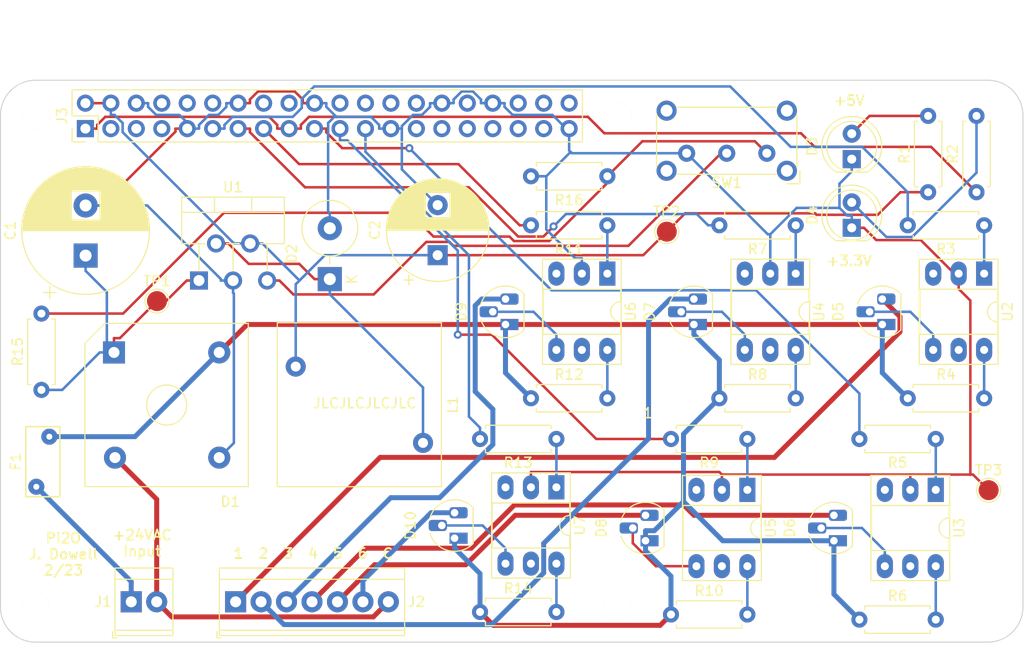
<source format=kicad_pcb>
(kicad_pcb (version 20211014) (generator pcbnew)
  (layers (0 "F.Cu" signal) (31 "B.Cu" signal) (34 "B.Paste" user) (35 "F.Paste" user) (36 "B.SilkS" user "B.Silkscreen") (37 "F.SilkS" user "F.Silkscreen") (38 "B.Mask" user) (39 "F.Mask" user) (44 "Edge.Cuts" user))
  (net 0 "")
  (net 1 "GND")
  (net 2 "+24VAC")
  (net 3 "Common")
  (net 4 "+5V")
  (net 5 "Zone6")
  (net 6 "Zone5")
  (net 7 "Zone4")
  (net 8 "Zone3")
  (net 9 "Zone2")
  (net 10 "Zone1")
  (net 24 "Ctrl_Zone6")
  (net 26 "Ctrl_Zone5")
  (net 27 "Ctrl_Zone4")
  (net 30 "Ctrl_Zone3")
  (net 31 "Ctrl_Zone2")
  (net 33 "Ctrl_Zone1")
  (net 39 "Net-(D3-Pad2)")
  (net 40 "Net-(D4-Pad2)")
  (net 41 "Net-(D5-Pad2)")
  (net 42 "Net-(D6-Pad2)")
  (net 43 "Net-(D7-Pad2)")
  (net 44 "Net-(D8-Pad2)")
  (net 45 "Net-(R3-Pad1)")
  (net 46 "Net-(R7-Pad1)")
  (net 47 "Net-(R11-Pad1)")
  (net 48 "Net-(D2-Pad1)")
  (net 49 "Net-(D9-Pad2)")
  (net 50 "Net-(D10-Pad2)")
  (net 51 "Net-(F1-Pad2)")
  (net 52 "+3V3")
  (net 53 "Net-(R4-Pad2)")
  (net 54 "Net-(R5-Pad1)")
  (net 55 "Net-(R6-Pad2)")
  (net 56 "Net-(R8-Pad2)")
  (net 57 "Net-(R9-Pad1)")
  (net 58 "Net-(R10-Pad2)")
  (net 59 "Net-(R12-Pad2)")
  (net 60 "Net-(R13-Pad1)")
  (net 61 "Net-(R14-Pad2)")
  (net 74 "+24V")
  (net 75 "Net-(R15-Pad2)")
  (net 76 "Net-(SW1-Pad2)")
  (footprint "Capacitor_THT:CP_Radial_D12.5mm_P5.00mm" (layer "F.Cu") (at 44.492 56.508 90)
    (fp_text reference "C1")
    (fp_text value "470uF")
  )
  (footprint "Capacitor_THT:CP_Radial_D10.0mm_P5.00mm" (layer "F.Cu") (at 79.612 56.468 90)
    (fp_text reference "C2")
    (fp_text value "330uF")
  )
  (footprint "TerminalBlock_TE-Connectivity:TerminalBlock_TE_282834-2_1x02_P2.54mm_Horizontal" (layer "F.Cu") (at 49.042 91.074)
    (fp_text reference "J1")
    (fp_text value "Screw_Terminal_01x02")
  )
  (footprint "TerminalBlock_TE-Connectivity:TerminalBlock_TE_282834-7_1x07_P2.54mm_Horizontal" (layer "F.Cu") (at 59.456 91.074)
    (fp_text reference "J2")
    (fp_text value "Screw_Terminal_01x07")
  )
  (footprint "Connector_PinHeader_2.54mm:PinHeader_2x20_P2.54mm_Vertical" (layer "F.Cu") (at 44.47 43.83 90)
    (fp_text reference "J3")
    (fp_text value "Conn_02x20_Odd_Even")
  )
  (footprint "Diode_THT:Diode_Bridge_Vishay_KBPC1" (layer "F.Cu") (at 47.322 66.178)
    (fp_text reference "D1")
    (fp_text value "VS-KBPC101")
  )
  (footprint "Diode_THT:D_DO-27_P5.08mm_Vertical_KathodeUp" (layer "F.Cu") (at 68.852 58.858 90)
    (fp_text reference "D2")
    (fp_text value "1N5824")
  )
  (footprint "LED_THT:LED_D5.0mm_Clear" (layer "F.Cu") (at 120.924 53.736 90)
    (fp_text reference "D4")
    (fp_text value "LED")
  )
  (footprint "Package_TO_SOT_THT:TO-92_HandSolder" (layer "F.Cu") (at 123.972 63.388 90)
    (fp_text reference "D5")
    (fp_text value "MAC97A6")
  )
  (footprint "Package_TO_SOT_THT:TO-92_HandSolder" (layer "F.Cu") (at 119.146 84.978 90)
    (fp_text reference "D6")
    (fp_text value "MAC97A6")
  )
  (footprint "Package_TO_SOT_THT:TO-92_HandSolder" (layer "F.Cu") (at 105.176 63.388 90)
    (fp_text reference "D7")
    (fp_text value "MAC97A6")
  )
  (footprint "Package_TO_SOT_THT:TO-92_HandSolder" (layer "F.Cu") (at 100.35 84.978 90)
    (fp_text reference "D8")
    (fp_text value "MAC97A6")
  )
  (footprint "Package_TO_SOT_THT:TO-92_HandSolder" (layer "F.Cu") (at 86.38 63.388 90)
    (fp_text reference "D9")
    (fp_text value "MAC97A6")
  )
  (footprint "Package_TO_SOT_THT:TO-92_HandSolder" (layer "F.Cu") (at 81.3 84.724 90)
    (fp_text reference "D10")
    (fp_text value "MAC97A6")
  )
  (footprint "Varistor:RV_Disc_D7mm_W3.4mm_P5mm" (layer "F.Cu") (at 40.872 74.588 -90)
    (fp_text reference "F1")
    (fp_text value "60R030XPR")
  )
  (footprint "Inductor_THT:L_Radial_L16.1mm_W16.1mm_Px7.62mm_Py12.70mm_Pulse_LP-44" (layer "F.Cu") (at 65.452 67.588 -90)
    (fp_text reference "L1")
    (fp_text value "112uH")
  )
  (footprint "Resistor_THT:R_Axial_DIN0207_L6.3mm_D2.5mm_P7.62mm_Horizontal" (layer "F.Cu") (at 133.37 50.18 90)
    (fp_text reference "R2")
    (fp_text value "680")
  )
  (footprint "Resistor_THT:R_Axial_DIN0207_L6.3mm_D2.5mm_P7.62mm_Horizontal" (layer "F.Cu") (at 134.132 53.482 180)
    (fp_text reference "R3")
    (fp_text value "220")
  )
  (footprint "Resistor_THT:R_Axial_DIN0207_L6.3mm_D2.5mm_P7.62mm_Horizontal" (layer "F.Cu") (at 126.512 70.754)
    (fp_text reference "R4")
    (fp_text value "39")
  )
  (footprint "Resistor_THT:R_Axial_DIN0207_L6.3mm_D2.5mm_P7.62mm_Horizontal" (layer "F.Cu") (at 129.306 74.818 180)
    (fp_text reference "R5")
    (fp_text value "220")
  )
  (footprint "Resistor_THT:R_Axial_DIN0207_L6.3mm_D2.5mm_P7.62mm_Horizontal" (layer "F.Cu") (at 121.686 92.852)
    (fp_text reference "R6")
    (fp_text value "39")
  )
  (footprint "Resistor_THT:R_Axial_DIN0207_L6.3mm_D2.5mm_P7.62mm_Horizontal" (layer "F.Cu") (at 115.336 53.482 180)
    (fp_text reference "R7")
    (fp_text value "220")
  )
  (footprint "Resistor_THT:R_Axial_DIN0207_L6.3mm_D2.5mm_P7.62mm_Horizontal" (layer "F.Cu") (at 107.716 70.754)
    (fp_text reference "R8")
    (fp_text value "39")
  )
  (footprint "Resistor_THT:R_Axial_DIN0207_L6.3mm_D2.5mm_P7.62mm_Horizontal" (layer "F.Cu") (at 110.51 74.818 180)
    (fp_text reference "R9")
    (fp_text value "220")
  )
  (footprint "Resistor_THT:R_Axial_DIN0207_L6.3mm_D2.5mm_P7.62mm_Horizontal" (layer "F.Cu") (at 102.89 92.344)
    (fp_text reference "R10")
    (fp_text value "39")
  )
  (footprint "Resistor_THT:R_Axial_DIN0207_L6.3mm_D2.5mm_P7.62mm_Horizontal" (layer "F.Cu") (at 96.54 53.482 180)
    (fp_text reference "R11")
    (fp_text value "220")
  )
  (footprint "Resistor_THT:R_Axial_DIN0207_L6.3mm_D2.5mm_P7.62mm_Horizontal" (layer "F.Cu") (at 88.92 70.754)
    (fp_text reference "R12")
    (fp_text value "39")
  )
  (footprint "Resistor_THT:R_Axial_DIN0207_L6.3mm_D2.5mm_P7.62mm_Horizontal" (layer "F.Cu") (at 91.46 74.818 180)
    (fp_text reference "R13")
    (fp_text value "220")
  )
  (footprint "Resistor_THT:R_Axial_DIN0207_L6.3mm_D2.5mm_P7.62mm_Horizontal" (layer "F.Cu") (at 83.84 92.09)
    (fp_text reference "R14")
    (fp_text value "39")
  )
  (footprint "Button_Switch_THT:SW_E-Switch_EG1224_SPDT_Angled" (layer "F.Cu") (at 112.452 46.288 180)
    (fp_text reference "SW1")
    (fp_text value "SW_SPDT")
  )
  (footprint "Package_TO_SOT_THT:TO-220-5_P3.4x3.7mm_StaggerOdd_Lead3.8mm_Vertical" (layer "F.Cu") (at 55.802 58.998)
    (fp_text reference "U1")
    (fp_text value "LM2596T-5")
  )
  (footprint "Package_DIP:DIP-6_W7.62mm_Socket_LongPads" (layer "F.Cu") (at 134.132 58.308 -90)
    (fp_text reference "U2")
    (fp_text value "MOC3020M")
  )
  (footprint "Package_DIP:DIP-6_W7.62mm_Socket_LongPads" (layer "F.Cu") (at 129.306 79.898 -90)
    (fp_text reference "U3")
    (fp_text value "MOC3020M")
  )
  (footprint "Package_DIP:DIP-6_W7.62mm_Socket_LongPads" (layer "F.Cu") (at 115.336 58.308 -90)
    (fp_text reference "U4")
    (fp_text value "MOC3020M")
  )
  (footprint "Package_DIP:DIP-6_W7.62mm_Socket_LongPads" (layer "F.Cu") (at 110.51 79.898 -90)
    (fp_text reference "U5")
    (fp_text value "MOC3020M")
  )
  (footprint "Package_DIP:DIP-6_W7.62mm_Socket_LongPads" (layer "F.Cu") (at 96.54 58.308 -90)
    (fp_text reference "U6")
    (fp_text value "MOC3020M")
  )
  (footprint "Package_DIP:DIP-6_W7.62mm_Socket_LongPads" (layer "F.Cu") (at 91.46 79.644 -90)
    (fp_text reference "U7")
    (fp_text value "MOC3020M")
  )
  (footprint "LED_THT:LED_D5.0mm_Clear" (layer "F.Cu") (at 120.924 46.878 90)
    (fp_text reference "D3")
    (fp_text value "LED")
  )
  (footprint "Resistor_THT:R_Axial_DIN0207_L6.3mm_D2.5mm_P7.62mm_Horizontal" (layer "F.Cu") (at 128.544 50.18 90)
    (fp_text reference "R1")
    (fp_text value "2.7k")
  )
  (footprint "Resistor_THT:R_Axial_DIN0207_L6.3mm_D2.5mm_P7.62mm_Horizontal" (layer "F.Cu") (at 40.082 69.918 90)
    (fp_text reference "R15")
    (fp_text value "10k")
  )
  (footprint "Resistor_THT:R_Axial_DIN0207_L6.3mm_D2.5mm_P7.62mm_Horizontal" (layer "F.Cu") (at 96.542 48.588 180)
    (fp_text reference "R16")
    (fp_text value "2k")
  )
  (footprint "TestPoint:TestPoint_Pad_D2.0mm" (layer "F.Cu") (at 134.58 79.93)
    (fp_text reference "TP3")
    (fp_text value "TestPoint")
  )
  (footprint "Module:RaspberryPi_2_3_outline_only" (layer "F.Cu") (at 68.55 42.57)
    (fp_text reference "RP1" hide)
    (fp_text value "Raspberry_Pi_2_3" hide)
  )
  (footprint "TestPoint:TestPoint_Pad_D2.0mm" (layer "F.Cu") (at 51.61 61.05)
    (fp_text reference "TP1")
    (fp_text value "TestPoint")
  )
  (footprint "TestPoint:TestPoint_Pad_D2.0mm" (layer "F.Cu") (at 102.472 54.118)
    (fp_text reference "TP2")
    (fp_text value "TestPoint")
  )
  (gr_arc (start 134.5 39) (mid 136.974874 40.025126) (end 138 42.5) (layer "Edge.Cuts") (width 0.1))
  (gr_line (start 134.5 95.1) (end 39.5 95.1) (layer "Edge.Cuts") (width 0.1))
  (gr_line (start 138 42.5) (end 138 91.6) (layer "Edge.Cuts") (width 0.1))
  (gr_arc (start 39.5 95.1) (mid 37.025126 94.074874) (end 36 91.6) (layer "Edge.Cuts") (width 0.1))
  (gr_arc (start 138 91.6) (mid 136.974874 94.074874) (end 134.5 95.1) (layer "Edge.Cuts") (width 0.1))
  (gr_line (start 36 91.6) (end 36 42.5) (layer "Edge.Cuts") (width 0.1))
  (gr_line (start 39.5 39) (end 134.5 39) (layer "Edge.Cuts") (width 0.1))
  (gr_arc (start 36 42.5) (mid 37.025126 40.025126) (end 39.5 39) (layer "Edge.Cuts") (width 0.1))
  (gr_text "1" (at 100.6 72.234) (layer "F.SilkS") (effects (font (size 1 1))))
  (gr_text "+24VAC\nInput" (at 50.13 85.22) (layer "F.SilkS") (effects (font (size 1 1) (thickness 0.18))))
  (gr_text "+5V" (at 120.67 41.036) (layer "F.SilkS") (effects (font (size 1 1) (thickness 0.18))))
  (gr_text "JLCJLCJLCJLC" (at 72.34 71.24) (layer "F.SilkS") (effects (font (size 1 1))))
  (gr_text "+3.3V" (at 120.67 57.038) (layer "F.SilkS") (effects (font (size 1 1) (thickness 0.18))))
  (gr_text "1  2  3  4  5  6  C" (at 67.2 86.25) (layer "F.SilkS") (effects (font (size 1 1) (thickness 0.18))))
  (gr_text "Pi2O\nJ. Dowell\n2/23" (at 42.28 86.32) (layer "F.SilkS") (effects (font (size 1 1) (thickness 0.18))))
  (segment (start 59.71 41.29) (end 60.8853 41.29) (width 0.25) (layer "F.Cu") (net 1))
  (segment (start 107.97 79.898) (end 107.97 78.3727) (width 0.25) (layer "F.Cu") (net 1))
  (segment (start 66.1547 40.9227) (end 65.3467 40.1147) (width 0.25) (layer "F.Cu") (net 1))
  (segment (start 60.8853 40.9226) (end 60.8853 41.29) (width 0.25) (layer "F.Cu") (net 1))
  (segment (start 53.4547 44.1325) (end 53.4547 43.83) (width 0.25) (layer "F.Cu") (net 1))
  (segment (start 123.3746 54.9613) (end 122.1493 53.736) (width 0.25) (layer "F.Cu") (net 1))
  (segment (start 54.63 43.83) (end 53.4547 43.83) (width 0.25) (layer "F.Cu") (net 1))
  (segment (start 126.766 79.898) (end 126.766 78.3727) (width 0.25) (layer "F.Cu") (net 1))
  (segment (start 44.492 51.508) (end 46.0792 51.508) (width 0.25) (layer "F.Cu") (net 1))
  (segment (start 132.7574 60.9987) (end 131.592 59.8333) (width 0.25) (layer "F.Cu") (net 1))
  (segment (start 126.766 78.3727) (end 107.97 78.3727) (width 0.25) (layer "F.Cu") (net 1))
  (segment (start 133.0227 78.3727) (end 132.7574 78.3727) (width 0.25) (layer "F.Cu") (net 1))
  (segment (start 132.7574 78.3727) (end 126.766 78.3727) (width 0.25) (layer "F.Cu") (net 1))
  (segment (start 66.1547 41.29) (end 66.1547 40.9227) (width 0.25) (layer "F.Cu") (net 1))
  (segment (start 131.592 58.308) (end 131.592 58.7415) (width 0.25) (layer "F.Cu") (net 1))
  (segment (start 132.7574 78.3727) (end 132.7574 60.9987) (width 0.25) (layer "F.Cu") (net 1))
  (segment (start 127.8118 54.9613) (end 123.3746 54.9613) (width 0.25) (layer "F.Cu") (net 1))
  (segment (start 46.0792 51.508) (end 53.4547 44.1325) (width 0.25) (layer "F.Cu") (net 1))
  (segment (start 107.716 78.1187) (end 107.97 78.3727) (width 0.25) (layer "F.Cu") (net 1))
  (segment (start 88.92 79.644) (end 88.92 78.1187) (width 0.25) (layer "F.Cu") (net 1))
  (segment (start 67.33 41.29) (end 66.1547 41.29) (width 0.25) (layer "F.Cu") (net 1))
  (segment (start 61.6932 40.1147) (end 60.8853 40.9226) (width 0.25) (layer "F.Cu") (net 1))
  (segment (start 65.3467 40.1147) (end 61.6932 40.1147) (width 0.25) (layer "F.Cu") (net 1))
  (segment (start 131.592 58.7415) (end 127.8118 54.9613) (width 0.25) (layer "F.Cu") (net 1))
  (segment (start 134.58 79.93) (end 133.0227 78.3727) (width 0.25) (layer "F.Cu") (net 1))
  (segment (start 120.924 53.736) (end 122.1493 53.736) (width 0.25) (layer "F.Cu") (net 1))
  (segment (start 131.592 58.7415) (end 131.592 59.8333) (width 0.25) (layer "F.Cu") (net 1))
  (segment (start 88.92 78.1187) (end 107.716 78.1187) (width 0.25) (layer "F.Cu") (net 1))
  (segment (start 59.2818 75.2182) (end 57.822 76.678) (width 0.25) (layer "B.Cu") (net 1))
  (segment (start 56.8026 42.4653) (end 57.7268 42.4653) (width 0.25) (layer "B.Cu") (net 1))
  (segment (start 93.333 56.7827) (end 94 56.7827) (width 0.25) (layer "B.Cu") (net 1))
  (segment (start 57.7268 42.4653) (end 58.5347 41.6574) (width 0.25) (layer "B.Cu") (net 1))
  (segment (start 69.4039 42.5559) (end 69.5026 42.6547) (width 0.25) (layer "B.Cu") (net 1))
  (segment (start 44.492 51.508) (end 50.6399 51.508) (width 0.25) (layer "B.Cu") (net 1))
  (segment (start 91.0715 42.4653) (end 87.0932 42.4653) (width 0.25) (layer "B.Cu") (net 1))
  (segment (start 120.924 53.736) (end 120.924 52.5107) (width 0.25) (layer "B.Cu") (net 1))
  (segment (start 87.0932 42.4653) (end 86.2853 41.6574) (width 0.25) (layer "B.Cu") (net 1))
  (segment (start 72.9668 42.6547) (end 73.7747 43.4626) (width 0.25) (layer "B.Cu") (net 1))
  (segment (start 120.4645 52.5107) (end 119.6987 51.7449) (width 0.25) (layer "B.Cu") (net 1))
  (segment (start 49.55 41.29) (end 50.7253 41.29) (width 0.25) (layer "B.Cu") (net 1))
  (segment (start 74.95 43.83) (end 73.7747 43.83) (width 0.25) (layer "B.Cu") (net 1))
  (segment (start 68.6842 52.0849) (end 68.852 52.2527) (width 0.25) (layer "B.Cu") (net 1))
  (segment (start 92.73 44.1238) (end 91.0715 42.4653) (width 0.25) (layer "B.Cu") (net 1))
  (segment (start 94 58.308) (end 94 56.7827) (width 0.25) (layer "B.Cu") (net 1))
  (segment (start 55.2177 43.83) (end 53.853 42.4653) (width 0.25) (layer "B.Cu") (net 1))
  (segment (start 81.2053 40.9226) (end 81.2053 41.29) (width 0.25) (layer "B.Cu") (net 1))
  (segment (start 50.6399 51.508) (end 57.9767 58.8448) (width 0.25) (layer "B.Cu") (net 1))
  (segment (start 90.4484 53.8981) (end 93.333 56.7827) (width 0.25) (layer "B.Cu") (net 1))
  (segment (start 77.1529 42.4653) (end 76.0388 43.5794) (width 0.25) (layer "B.Cu") (net 1))
  (segment (start 59.2818 60.3031) (end 59.2818 75.2182) (width 0.25) (layer "B.Cu") (net 1))
  (segment (start 58.5347 41.6574) (end 58.5347 41.29) (width 0.25) (layer "B.Cu") (net 1))
  (segment (start 90.4484 48.588) (end 90.0473 48.588) (width 0.25) (layer "B.Cu") (net 1))
  (segment (start 55.8053 43.83) (end 55.8053 43.4626) (width 0.25) (layer "B.Cu") (net 1))
  (segment (start 68.6842 43.2756) (end 68.6842 52.0849) (width 0.25) (layer "B.Cu") (net 1))
  (segment (start 93.0063 46.288) (end 92.8774 46.159) (width 0.25) (layer "B.Cu") (net 1))
  (segment (start 119.6987 51.7449) (end 115.4305 51.7449) (width 0.25) (layer "B.Cu") (net 1))
  (segment (start 104.452 46.288) (end 93.0063 46.288) (width 0.25) (layer "B.Cu") (net 1))
  (segment (start 76.0388 43.83) (end 74.95 43.83) (width 0.25) (layer "B.Cu") (net 1))
  (segment (start 76.0388 43.5794) (end 76.0388 43.83) (width 0.25) (layer "B.Cu") (net 1))
  (segment (start 88.922 48.588) (end 90.0473 48.588) (width 0.25) (layer "B.Cu") (net 1))
  (segment (start 80.03 41.29) (end 81.2053 41.29) (width 0.25) (layer "B.Cu") (net 1))
  (segment (start 80.03 41.29) (end 78.8547 41.29) (width 0.25) (layer "B.Cu") (net 1))
  (segment (start 55.2177 43.83) (end 55.8053 43.83) (width 0.25) (layer "B.Cu") (net 1))
  (segment (start 104.452 46.288) (end 112.5434 54.3794) (width 0.25) (layer "B.Cu") (net 1))
  (segment (start 69.4039 42.5559) (end 68.6842 43.2756) (width 0.25) (layer "B.Cu") (net 1))
  (segment (start 51.5332 42.4653) (end 50.7253 41.6574) (width 0.25) (layer "B.Cu") (net 1))
  (segment (start 76.0388 43.83) (end 76.0388 47.8948) (width 0.25) (layer "B.Cu") (net 1))
  (segment (start 69.5026 42.6547) (end 72.9668 42.6547) (width 0.25) (layer "B.Cu") (net 1))
  (segment (start 59.202 58.998) (end 59.202 60.2233) (width 0.25) (layer "B.Cu") (net 1))
  (segment (start 120.924 46.878) (end 120.924 48.1033) (width 0.25) (layer "B.Cu") (net 1))
  (segment (start 112.796 54.3794) (end 112.796 58.308) (width 0.25) (layer "B.Cu") (net 1))
  (segment (start 55.8053 43.4626) (end 56.8026 42.4653) (width 0.25) (layer "B.Cu") (net 1))
  (segment (start 78.0468 42.4653) (end 77.1529 42.4653) (width 0.25) (layer "B.Cu") (net 1))
  (segment (start 73.7747 43.4626) (end 73.7747 43.83) (width 0.25) (layer "B.Cu") (net 1))
  (segment (start 90.4484 48.588) (end 90.4484 53.8981) (width 0.25) (layer "B.Cu") (net 1))
  (segment (start 83.9347 40.9227) (end 83.1267 40.1147) (width 0.25) (layer "B.Cu") (net 1))
  (segment (start 92.73 46.0117) (end 92.73 44.4176) (width 0.25) (layer "B.Cu") (net 1))
  (segment (start 68.852 53.778) (end 68.852 52.2527) (width 0.25) (layer "B.Cu") (net 1))
  (segment (start 92.73 43.83) (end 92.73 44.1238) (width 0.25) (layer "B.Cu") (net 1))
  (segment (start 119.6987 49.3286) (end 120.924 48.1033) (width 0.25) (layer "B.Cu") (net 1))
  (segment (start 68.5053 41.6574) (end 69.4039 42.5559) (width 0.25) (layer "B.Cu") (net 1))
  (segment (start 59.202 58.998) (end 57.9767 58.998) (width 0.25) (layer "B.Cu") (net 1))
  (segment (start 68.5053 41.29) (end 68.5053 41.6574) (width 0.25) (layer "B.Cu") (net 1))
  (segment (start 112.5434 54.3794) (end 112.796 54.3794) (width 0.25) (layer "B.Cu") (net 1))
  (segment (start 59.202 60.2233) (end 59.2818 60.3031) (width 0.25) (layer "B.Cu") (net 1))
  (segment (start 50.7253 41.6574) (end 50.7253 41.29) (width 0.25) (layer "B.Cu") (net 1))
  (segment (start 83.1267 40.1147) (end 82.0132 40.1147) (width 0.25) (layer "B.Cu") (net 1))
  (segment (start 82.0132 40.1147) (end 81.2053 40.9226) (width 0.25) (layer "B.Cu") (net 1))
  (segment (start 85.11 41.29) (end 83.9347 41.29) (width 0.25) (layer "B.Cu") (net 1))
  (segment (start 115.4305 51.7449) (end 112.796 54.3794) (width 0.25) (layer "B.Cu") (net 1))
  (segment (start 85.11 41.29) (end 86.2853 41.29) (width 0.25) (layer "B.Cu") (net 1))
  (segment (start 86.2853 41.6574) (end 86.2853 41.29) (width 0.25) (layer "B.Cu") (net 1))
  (segment (start 92.8774 46.159) (end 92.73 46.0117) (width 0.25) (layer "B.Cu") (net 1))
  (segment (start 92.8774 46.159) (end 90.4484 48.588) (width 0.25) (layer "B.Cu") (net 1))
  (segment (start 78.8547 41.6574) (end 78.0468 42.4653) (width 0.25) (layer "B.Cu") (net 1))
  (segment (start 119.6987 51.7449) (end 119.6987 49.3286) (width 0.25) (layer "B.Cu") (net 1))
  (segment (start 59.71 41.29) (end 58.5347 41.29) (width 0.25) (layer "B.Cu") (net 1))
  (segment (start 67.33 41.29) (end 68.5053 41.29) (width 0.25) (layer "B.Cu") (net 1))
  (segment (start 92.73 44.1238) (end 92.73 44.4176) (width 0.25) (layer "B.Cu") (net 1))
  (segment (start 54.63 43.83) (end 55.2177 43.83) (width 0.25) (layer "B.Cu") (net 1))
  (segment (start 83.9347 41.29) (end 83.9347 40.9227) (width 0.25) (layer "B.Cu") (net 1))
  (segment (start 53.853 42.4653) (end 51.5332 42.4653) (width 0.25) (layer "B.Cu") (net 1))
  (segment (start 78.8547 41.29) (end 78.8547 41.6574) (width 0.25) (layer "B.Cu") (net 1))
  (segment (start 120.924 52.5107) (end 120.4645 52.5107) (width 0.25) (layer "B.Cu") (net 1))
  (segment (start 76.0388 47.8948) (end 79.612 51.468) (width 0.25) (layer "B.Cu") (net 1))
  (segment (start 57.9767 58.8448) (end 57.9767 58.998) (width 0.25) (layer "B.Cu") (net 1))
  (segment (start 86.38 63.388) (end 60.612 63.388) (width 0.4978) (layer "F.Cu") (net 2))
  (segment (start 85.1742 93.4242) (end 101.8098 93.4242) (width 0.4978) (layer "F.Cu") (net 2))
  (segment (start 105.176 63.388) (end 86.38 63.388) (width 0.4978) (layer "F.Cu") (net 2))
  (segment (start 101.8098 93.4242) (end 102.89 92.344) (width 0.4978) (layer "F.Cu") (net 2))
  (segment (start 105.176 63.388) (end 123.972 63.388) (width 0.4978) (layer "F.Cu") (net 2))
  (segment (start 83.84 92.09) (end 85.1742 93.4242) (width 0.4978) (layer "F.Cu") (net 2))
  (segment (start 60.612 63.388) (end 57.822 66.178) (width 0.4978) (layer "F.Cu") (net 2))
  (segment (start 102.89 92.344) (end 102.89 88.5172) (width 0.4978) (layer "B.Cu") (net 2))
  (segment (start 104.1393 81.0638) (end 104.1393 74.3307) (width 0.4978) (layer "B.Cu") (net 2))
  (segment (start 100.35 85.4776) (end 100.35 84.978) (width 0.4978) (layer "B.Cu") (net 2))
  (segment (start 86.38 63.388) (end 86.38 68.214) (width 0.4978) (layer "B.Cu") (net 2))
  (segment (start 119.146 90.312) (end 121.686 92.852) (width 0.4978) (layer "B.Cu") (net 2))
  (segment (start 102.89 88.5172) (end 100.35 85.9772) (width 0.4978) (layer "B.Cu") (net 2))
  (segment (start 119.146 84.978) (end 119.146 90.312) (width 0.4978) (layer "B.Cu") (net 2))
  (segment (start 104.1393 81.0638) (end 108.0535 84.978) (width 0.4978) (layer "B.Cu") (net 2))
  (segment (start 40.872 74.588) (end 49.412 74.588) (width 0.4978) (layer "B.Cu") (net 2))
  (segment (start 123.972 68.214) (end 126.512 70.754) (width 0.4978) (layer "B.Cu") (net 2))
  (segment (start 100.35 84.978) (end 100.35 83.9788) (width 0.4978) (layer "B.Cu") (net 2))
  (segment (start 104.1393 74.3307) (end 107.716 70.754) (width 0.4978) (layer "B.Cu") (net 2))
  (segment (start 100.35 83.9788) (end 101.2243 83.9788) (width 0.4978) (layer "B.Cu") (net 2))
  (segment (start 108.0535 84.978) (end 119.146 84.978) (width 0.4978) (layer "B.Cu") (net 2))
  (segment (start 49.412 74.588) (end 57.822 66.178) (width 0.4978) (layer "B.Cu") (net 2))
  (segment (start 123.972 63.388) (end 123.972 68.214) (width 0.4978) (layer "B.Cu") (net 2))
  (segment (start 83.84 88.2632) (end 81.3 85.7232) (width 0.4978) (layer "B.Cu") (net 2))
  (segment (start 107.716 66.9272) (end 107.716 70.754) (width 0.4978) (layer "B.Cu") (net 2))
  (segment (start 100.35 85.4776) (end 100.35 85.9772) (width 0.4978) (layer "B.Cu") (net 2))
  (segment (start 81.3 84.724) (end 81.3 85.7232) (width 0.4978) (layer "B.Cu") (net 2))
  (segment (start 83.84 92.09) (end 83.84 88.2632) (width 0.4978) (layer "B.Cu") (net 2))
  (segment (start 101.2243 83.9788) (end 104.1393 81.0638) (width 0.4978) (layer "B.Cu") (net 2))
  (segment (start 105.176 64.3872) (end 107.716 66.9272) (width 0.4978) (layer "B.Cu") (net 2))
  (segment (start 105.176 63.388) (end 105.176 64.3872) (width 0.4978) (layer "B.Cu") (net 2))
  (segment (start 86.38 68.214) (end 88.92 70.754) (width 0.4978) (layer "B.Cu") (net 2))
  (segment (start 47.422 76.678) (end 51.582 80.838) (width 0.4978) (layer "F.Cu") (net 3))
  (segment (start 51.582 80.838) (end 51.582 91.074) (width 0.4978) (layer "F.Cu") (net 3))
  (segment (start 51.582 91.074) (end 53.0875 92.5795) (width 0.4978) (layer "F.Cu") (net 3))
  (segment (start 53.0875 92.5795) (end 73.1905 92.5795) (width 0.4978) (layer "F.Cu") (net 3))
  (segment (start 73.1905 92.5795) (end 74.696 91.074) (width 0.4978) (layer "F.Cu") (net 3))
  (segment (start 117.2661 52.2868) (end 104.3032 52.2868) (width 0.25) (layer "F.Cu") (net 4))
  (segment (start 123.5206 52.4336) (end 117.4129 52.4336) (width 0.25) (layer "F.Cu") (net 4))
  (segment (start 102.472 54.118) (end 100.122 56.468) (width 0.25) (layer "F.Cu") (net 4))
  (segment (start 104.3032 52.2868) (end 102.472 54.118) (width 0.25) (layer "F.Cu") (net 4))
  (segment (start 44.47 41.29) (end 47.01 41.29) (width 0.25) (layer "F.Cu") (net 4))
  (segment (start 128.544 50.18) (end 125.7742 50.18) (width 0.25) (layer "F.Cu") (net 4))
  (segment (start 100.122 56.468) (end 79.612 56.468) (width 0.25) (layer "F.Cu") (net 4))
  (segment (start 125.7742 50.18) (end 123.5206 52.4336) (width 0.25) (layer "F.Cu") (net 4))
  (segment (start 117.4129 52.4336) (end 117.2661 52.2868) (width 0.25) (layer "F.Cu") (net 4))
  (segment (start 65.452 67.588) (end 65.452 59.3742) (width 0.25) (layer "B.Cu") (net 4))
  (segment (start 79.612 56.468) (end 78.2867 56.468) (width 0.25) (layer "B.Cu") (net 4))
  (segment (start 65.8278 58.9984) (end 68.3582 56.468) (width 0.25) (layer "B.Cu") (net 4))
  (segment (start 47.01 41.29) (end 47.01 42.4653) (width 0.25) (layer "B.Cu") (net 4))
  (segment (start 68.3582 56.468) (end 78.2867 56.468) (width 0.25) (layer "B.Cu") (net 4))
  (segment (start 59.2959 55.298) (end 48.1853 44.1874) (width 0.25) (layer "B.Cu") (net 4))
  (segment (start 60.902 55.298) (end 59.2959 55.298) (width 0.25) (layer "B.Cu") (net 4))
  (segment (start 65.8278 58.9984) (end 62.1273 55.298) (width 0.25) (layer "B.Cu") (net 4))
  (segment (start 47.3774 42.4653) (end 47.01 42.4653) (width 0.25) (layer "B.Cu") (net 4))
  (segment (start 65.452 59.3742) (end 65.8278 58.9984) (width 0.25) (layer "B.Cu") (net 4))
  (segment (start 60.902 55.298) (end 62.1273 55.298) (width 0.25) (layer "B.Cu") (net 4))
  (segment (start 48.1853 43.2732) (end 47.3774 42.4653) (width 0.25) (layer "B.Cu") (net 4))
  (segment (start 48.1853 44.1874) (end 48.1853 43.2732) (width 0.25) (layer "B.Cu") (net 4))
  (segment (start 78.9537 82.184) (end 72.156 88.9817) (width 0.4978) (layer "B.Cu") (net 5))
  (segment (start 72.156 88.9817) (end 72.156 91.074) (width 0.4978) (layer "B.Cu") (net 5))
  (segment (start 81.3 82.184) (end 78.9537 82.184) (width 0.4978) (layer "B.Cu") (net 5))
  (segment (start 73.3154 87.3746) (end 82.4131 87.3746) (width 0.4978) (layer "F.Cu") (net 6))
  (segment (start 82.4131 87.3746) (end 87.3497 82.438) (width 0.4978) (layer "F.Cu") (net 6))
  (segment (start 69.616 91.074) (end 73.3154 87.3746) (width 0.4978) (layer "F.Cu") (net 6))
  (segment (start 87.3497 82.438) (end 100.35 82.438) (width 0.4978) (layer "F.Cu") (net 6))
  (segment (start 104.1479 81.4049) (end 87.276 81.4049) (width 0.4978) (layer "F.Cu") (net 7))
  (segment (start 119.146 82.438) (end 105.181 82.438) (width 0.4978) (layer "F.Cu") (net 7))
  (segment (start 105.181 82.438) (end 104.1479 81.4049) (width 0.4978) (layer "F.Cu") (net 7))
  (segment (start 87.276 81.4049) (end 82.9576 85.7233) (width 0.4978) (layer "F.Cu") (net 7))
  (segment (start 72.4267 85.7233) (end 67.076 91.074) (width 0.4978) (layer "F.Cu") (net 7))
  (segment (start 82.9576 85.7233) (end 72.4267 85.7233) (width 0.4978) (layer "F.Cu") (net 7))
  (segment (start 74.9288 80.6812) (end 64.536 91.074) (width 0.4978) (layer "B.Cu") (net 8))
  (segment (start 86.38 60.848) (end 84.0132 60.848) (width 0.4978) (layer "B.Cu") (net 8))
  (segment (start 84.0132 60.848) (end 83.3596 61.5016) (width 0.4978) (layer "B.Cu") (net 8))
  (segment (start 79.8081 80.6812) (end 74.9288 80.6812) (width 0.4978) (layer "B.Cu") (net 8))
  (segment (start 85.1189 75.3704) (end 79.8081 80.6812) (width 0.4978) (layer "B.Cu") (net 8))
  (segment (start 83.3596 70.0877) (end 85.1189 71.847) (width 0.4978) (layer "B.Cu") (net 8))
  (segment (start 83.3596 61.5016) (end 83.3596 70.0877) (width 0.4978) (layer "B.Cu") (net 8))
  (segment (start 85.1189 71.847) (end 85.1189 75.3704) (width 0.4978) (layer "B.Cu") (net 8))
  (segment (start 90.19 85.2418) (end 100.6515 74.7803) (width 0.4978) (layer "B.Cu") (net 9))
  (segment (start 85.0284 93.3487) (end 90.19 88.1871) (width 0.4978) (layer "B.Cu") (net 9))
  (segment (start 100.6515 74.7803) (end 100.6515 62.9977) (width 0.4978) (layer "B.Cu") (net 9))
  (segment (start 61.996 91.074) (end 64.2707 93.3487) (width 0.4978) (layer "B.Cu") (net 9))
  (segment (start 90.19 88.1871) (end 90.19 85.2418) (width 0.4978) (layer "B.Cu") (net 9))
  (segment (start 100.6515 62.9977) (end 102.8012 60.848) (width 0.4978) (layer "B.Cu") (net 9))
  (segment (start 64.2707 93.3487) (end 85.0284 93.3487) (width 0.4978) (layer "B.Cu") (net 9))
  (segment (start 102.8012 60.848) (end 105.176 60.848) (width 0.4978) (layer "B.Cu") (net 9))
  (segment (start 123.972 60.848) (end 125.7319 62.6079) (width 0.4978) (layer "F.Cu") (net 10))
  (segment (start 125.7319 62.6079) (end 125.7319 64.1314) (width 0.4978) (layer "F.Cu") (net 10))
  (segment (start 125.7319 64.1314) (end 113.206 76.6573) (width 0.4978) (layer "F.Cu") (net 10))
  (segment (start 113.206 76.6573) (end 73.8727 76.6573) (width 0.4978) (layer "F.Cu") (net 10))
  (segment (start 73.8727 76.6573) (end 59.456 91.074) (width 0.4978) (layer "F.Cu") (net 10))
  (segment (start 82.7344 56.4685) (end 72.41 46.1441) (width 0.25) (layer "B.Cu") (net 24))
  (segment (start 72.41 46.1441) (end 72.41 43.83) (width 0.25) (layer "B.Cu") (net 24))
  (segment (start 83.84 73.6927) (end 82.7344 72.5871) (width 0.25) (layer "B.Cu") (net 24))
  (segment (start 83.84 74.818) (end 83.84 73.6927) (width 0.25) (layer "B.Cu") (net 24))
  (segment (start 82.7344 72.5871) (end 82.7344 56.4685) (width 0.25) (layer "B.Cu") (net 24))
  (segment (start 95.4329 74.818) (end 85.0197 64.4048) (width 0.25) (layer "F.Cu") (net 26))
  (segment (start 85.0197 64.4048) (end 81.6201 64.4048) (width 0.25) (layer "F.Cu") (net 26))
  (segment (start 102.89 74.818) (end 95.4329 74.818) (width 0.25) (layer "F.Cu") (net 26))
  (via (at 81.6201 64.4048) (size 0.8) (drill 0.4) (layers "F.Cu" "B.Cu") (net 26))
  (segment (start 69.87 45.0053) (end 70.6094 45.0053) (width 0.25) (layer "B.Cu") (net 26))
  (segment (start 69.87 43.83) (end 69.87 45.0053) (width 0.25) (layer "B.Cu") (net 26))
  (segment (start 70.6094 45.0053) (end 81.6201 56.016) (width 0.25) (layer "B.Cu") (net 26))
  (segment (start 81.6201 56.016) (end 81.6201 64.4048) (width 0.25) (layer "B.Cu") (net 26))
  (segment (start 68.5053 44.1974) (end 68.5053 43.83) (width 0.25) (layer "F.Cu") (net 27))
  (segment (start 70.0915 45.7836) (end 68.5053 44.1974) (width 0.25) (layer "F.Cu") (net 27))
  (segment (start 76.7843 45.7836) (end 70.0915 45.7836) (width 0.25) (layer "F.Cu") (net 27))
  (segment (start 67.33 43.83) (end 68.5053 43.83) (width 0.25) (layer "F.Cu") (net 27))
  (via (at 76.7843 45.7836) (size 0.8) (drill 0.4) (layers "F.Cu" "B.Cu") (net 27))
  (segment (start 90.9723 59.9716) (end 76.7843 45.7836) (width 0.25) (layer "B.Cu") (net 27))
  (segment (start 121.686 70.2824) (end 111.3752 59.9716) (width 0.25) (layer "B.Cu") (net 27))
  (segment (start 121.686 74.818) (end 121.686 70.2824) (width 0.25) (layer "B.Cu") (net 27))
  (segment (start 111.3752 59.9716) (end 90.9723 59.9716) (width 0.25) (layer "B.Cu") (net 27))
  (segment (start 65.7958 47.3758) (end 81.6885 47.3758) (width 0.25) (layer "F.Cu") (net 30))
  (segment (start 88.92 53.482) (end 87.7947 53.482) (width 0.25) (layer "F.Cu") (net 30))
  (segment (start 81.6885 47.3758) (end 87.7947 53.482) (width 0.25) (layer "F.Cu") (net 30))
  (segment (start 62.25 43.83) (end 65.7958 47.3758) (width 0.25) (layer "F.Cu") (net 30))
  (segment (start 60.8853 43.83) (end 60.8853 44.1973) (width 0.25) (layer "F.Cu") (net 31))
  (segment (start 90.1637 54.6077) (end 91.1737 53.5977) (width 0.25) (layer "F.Cu") (net 31))
  (segment (start 82.7245 49.6911) (end 87.6411 54.6077) (width 0.25) (layer "F.Cu") (net 31))
  (segment (start 60.8853 44.1973) (end 66.3791 49.6911) (width 0.25) (layer "F.Cu") (net 31))
  (segment (start 66.3791 49.6911) (end 82.7245 49.6911) (width 0.25) (layer "F.Cu") (net 31))
  (segment (start 59.71 43.83) (end 60.8853 43.83) (width 0.25) (layer "F.Cu") (net 31))
  (segment (start 87.6411 54.6077) (end 90.1637 54.6077) (width 0.25) (layer "F.Cu") (net 31))
  (via (at 91.1737 53.5977) (size 0.8) (drill 0.4) (layers "F.Cu" "B.Cu") (net 31))
  (segment (start 107.716 53.482) (end 106.5907 53.482) (width 0.25) (layer "B.Cu") (net 31))
  (segment (start 92.4148 52.3566) (end 91.1737 53.5977) (width 0.25) (layer "B.Cu") (net 31))
  (segment (start 106.5907 53.482) (end 105.4653 52.3566) (width 0.25) (layer "B.Cu") (net 31))
  (segment (start 105.4653 52.3566) (end 92.4148 52.3566) (width 0.25) (layer "B.Cu") (net 31))
  (segment (start 108.7972 39.6218) (end 67.2916 39.6218) (width 0.25) (layer "B.Cu") (net 33))
  (segment (start 66.06 40.8534) (end 66.06 41.7602) (width 0.25) (layer "B.Cu") (net 33))
  (segment (start 126.512 53.482) (end 126.512 50.1925) (width 0.25) (layer "B.Cu") (net 33))
  (segment (start 126.512 50.1925) (end 121.9721 45.6526) (width 0.25) (layer "B.Cu") (net 33))
  (segment (start 121.9721 45.6526) (end 114.828 45.6526) (width 0.25) (layer "B.Cu") (net 33))
  (segment (start 58.3453 43.4626) (end 58.3453 43.83) (width 0.25) (layer "B.Cu") (net 33))
  (segment (start 66.06 41.7602) (end 65.1655 42.6547) (width 0.25) (layer "B.Cu") (net 33))
  (segment (start 57.17 43.83) (end 58.3453 43.83) (width 0.25) (layer "B.Cu") (net 33))
  (segment (start 67.2916 39.6218) (end 66.06 40.8534) (width 0.25) (layer "B.Cu") (net 33))
  (segment (start 65.1655 42.6547) (end 59.1532 42.6547) (width 0.25) (layer "B.Cu") (net 33))
  (segment (start 59.1532 42.6547) (end 58.3453 43.4626) (width 0.25) (layer "B.Cu") (net 33))
  (segment (start 114.828 45.6526) (end 108.7972 39.6218) (width 0.25) (layer "B.Cu") (net 33))
  (segment (start 122.702 42.56) (end 120.924 44.338) (width 0.25) (layer "F.Cu") (net 39))
  (segment (start 128.544 42.56) (end 122.702 42.56) (width 0.25) (layer "F.Cu") (net 39))
  (segment (start 133.37 48.2331) (end 126.952 54.6511) (width 0.25) (layer "B.Cu") (net 40))
  (segment (start 124.3791 54.6511) (end 120.924 51.196) (width 0.25) (layer "B.Cu") (net 40))
  (segment (start 133.37 42.56) (end 133.37 48.2331) (width 0.25) (layer "B.Cu") (net 40))
  (segment (start 126.952 54.6511) (end 124.3791 54.6511) (width 0.25) (layer "B.Cu") (net 40))
  (segment (start 126.7673 62.118) (end 122.702 62.118) (width 0.25) (layer "B.Cu") (net 41))
  (segment (start 129.052 65.928) (end 129.052 64.4027) (width 0.25) (layer "B.Cu") (net 41))
  (segment (start 129.052 64.4027) (end 126.7673 62.118) (width 0.25) (layer "B.Cu") (net 41))
  (segment (start 124.226 87.518) (end 124.226 85.9927) (width 0.25) (layer "B.Cu") (net 42))
  (segment (start 124.226 85.9927) (end 121.9413 83.708) (width 0.25) (layer "B.Cu") (net 42))
  (segment (start 121.9413 83.708) (end 117.876 83.708) (width 0.25) (layer "B.Cu") (net 42))
  (segment (start 107.9713 62.118) (end 103.906 62.118) (width 0.25) (layer "B.Cu") (net 43))
  (segment (start 110.256 65.928) (end 110.256 64.4027) (width 0.25) (layer "B.Cu") (net 43))
  (segment (start 110.256 64.4027) (end 107.9713 62.118) (width 0.25) (layer "B.Cu") (net 43))
  (segment (start 101.3782 87.518) (end 99.08 85.2198) (width 0.25) (layer "F.Cu") (net 44))
  (segment (start 99.08 85.2198) (end 99.08 83.708) (width 0.25) (layer "F.Cu") (net 44))
  (segment (start 105.43 87.518) (end 101.3782 87.518) (width 0.25) (layer "F.Cu") (net 44))
  (segment (start 134.132 58.308) (end 134.132 53.482) (width 0.25) (layer "B.Cu") (net 45))
  (segment (start 115.336 58.308) (end 115.336 53.482) (width 0.25) (layer "B.Cu") (net 46))
  (segment (start 96.54 58.308) (end 96.54 53.482) (width 0.25) (layer "B.Cu") (net 47))
  (segment (start 57.502 55.298) (end 58.7273 55.298) (width 0.25) (layer "F.Cu") (net 48))
  (segment (start 65.8014 57.3327) (end 67.3267 58.858) (width 0.25) (layer "F.Cu") (net 48))
  (segment (start 68.852 58.858) (end 67.3267 58.858) (width 0.25) (layer "F.Cu") (net 48))
  (segment (start 58.7273 55.298) (end 60.762 57.3327) (width 0.25) (layer "F.Cu") (net 48))
  (segment (start 60.762 57.3327) (end 65.8014 57.3327) (width 0.25) (layer "F.Cu") (net 48))
  (segment (start 68.852 58.858) (end 68.852 60.3833) (width 0.25) (layer "B.Cu") (net 48))
  (segment (start 68.852 60.3833) (end 78.152 69.6833) (width 0.25) (layer "B.Cu") (net 48))
  (segment (start 78.152 69.6833) (end 78.152 75.208) (width 0.25) (layer "B.Cu") (net 48))
  (segment (start 91.46 64.4027) (end 89.1753 62.118) (width 0.25) (layer "B.Cu") (net 49))
  (segment (start 91.46 65.928) (end 91.46 64.4027) (width 0.25) (layer "B.Cu") (net 49))
  (segment (start 89.1753 62.118) (end 85.11 62.118) (width 0.25) (layer "B.Cu") (net 49))
  (segment (start 86.38 85.7387) (end 84.0953 83.454) (width 0.25) (layer "B.Cu") (net 50))
  (segment (start 84.0953 83.454) (end 80.03 83.454) (width 0.25) (layer "B.Cu") (net 50))
  (segment (start 86.38 87.264) (end 86.38 85.7387) (width 0.25) (layer "B.Cu") (net 50))
  (segment (start 49.042 89.058) (end 49.042 91.074) (width 0.4978) (layer "B.Cu") (net 51))
  (segment (start 39.572 79.588) (end 49.042 89.058) (width 0.4978) (layer "B.Cu") (net 51))
  (segment (start 45.6453 43.83) (end 45.6453 43.4627) (width 0.25) (layer "F.Cu") (net 52))
  (segment (start 45.6453 43.4627) (end 46.4533 42.6547) (width 0.25) (layer "F.Cu") (net 52))
  (segment (start 44.47 43.83) (end 45.6453 43.83) (width 0.25) (layer "F.Cu") (net 52))
  (segment (start 66.7732 42.6547) (end 65.9653 43.4626) (width 0.25) (layer "F.Cu") (net 52))
  (segment (start 65.9653 43.4626) (end 65.9653 43.83) (width 0.25) (layer "F.Cu") (net 52))
  (segment (start 64.79 43.83) (end 63.6147 43.83) (width 0.25) (layer "F.Cu") (net 52))
  (segment (start 62.8068 42.6547) (end 63.6147 43.4626) (width 0.25) (layer "F.Cu") (net 52))
  (segment (start 96.2424 44.2977) (end 94.5994 42.6547) (width 0.25) (layer "F.Cu") (net 52))
  (segment (start 128.8426 45.6526) (end 117.2176 45.6526) (width 0.25) (layer "F.Cu") (net 52))
  (segment (start 115.8627 44.2977) (end 96.2424 44.2977) (width 0.25) (layer "F.Cu") (net 52))
  (segment (start 64.79 43.83) (end 65.9653 43.83) (width 0.25) (layer "F.Cu") (net 52))
  (segment (start 46.4533 42.6547) (end 62.8068 42.6547) (width 0.25) (layer "F.Cu") (net 52))
  (segment (start 117.2176 45.6526) (end 115.8627 44.2977) (width 0.25) (layer "F.Cu") (net 52))
  (segment (start 133.37 50.18) (end 128.8426 45.6526) (width 0.25) (layer "F.Cu") (net 52))
  (segment (start 94.5994 42.6547) (end 66.7732 42.6547) (width 0.25) (layer "F.Cu") (net 52))
  (segment (start 63.6147 43.4626) (end 63.6147 43.83) (width 0.25) (layer "F.Cu") (net 52))
  (segment (start 134.132 65.928) (end 134.132 70.754) (width 0.25) (layer "B.Cu") (net 53))
  (segment (start 129.306 79.898) (end 129.306 74.818) (width 0.25) (layer "B.Cu") (net 54))
  (segment (start 129.306 87.518) (end 129.306 92.852) (width 0.25) (layer "B.Cu") (net 55))
  (segment (start 115.336 65.928) (end 115.336 70.754) (width 0.25) (layer "B.Cu") (net 56))
  (segment (start 110.51 79.898) (end 110.51 74.818) (width 0.25) (layer "B.Cu") (net 57))
  (segment (start 110.51 87.518) (end 110.51 92.344) (width 0.25) (layer "B.Cu") (net 58))
  (segment (start 96.54 65.928) (end 96.54 70.754) (width 0.25) (layer "B.Cu") (net 59))
  (segment (start 91.46 79.644) (end 91.46 74.818) (width 0.25) (layer "B.Cu") (net 60))
  (segment (start 91.46 87.264) (end 91.46 92.09) (width 0.25) (layer "B.Cu") (net 61))
  (segment (start 55.802 58.998) (end 54.5767 58.998) (width 0.25) (layer "F.Cu") (net 74))
  (segment (start 52.5247 61.05) (end 54.5767 58.998) (width 0.25) (layer "F.Cu") (net 74))
  (segment (start 47.9073 64.7527) (end 51.61 61.05) (width 0.25) (layer "F.Cu") (net 74))
  (segment (start 51.61 61.05) (end 52.5247 61.05) (width 0.25) (layer "F.Cu") (net 74))
  (segment (start 47.322 64.7527) (end 47.9073 64.7527) (width 0.25) (layer "F.Cu") (net 74))
  (segment (start 47.322 66.178) (end 47.322 64.7527) (width 0.25) (layer "F.Cu") (net 74))
  (segment (start 46.6094 66.178) (end 46.6094 60.1507) (width 0.25) (layer "B.Cu") (net 74))
  (segment (start 46.6094 60.1507) (end 44.492 58.0333) (width 0.25) (layer "B.Cu") (net 74))
  (segment (start 40.082 69.918) (end 42.1567 69.918) (width 0.25) (layer "B.Cu") (net 74))
  (segment (start 42.1567 69.918) (end 45.8967 66.178) (width 0.25) (layer "B.Cu") (net 74))
  (segment (start 46.6094 66.178) (end 45.8967 66.178) (width 0.25) (layer "B.Cu") (net 74))
  (segment (start 44.492 56.508) (end 44.492 58.0333) (width 0.25) (layer "B.Cu") (net 74))
  (segment (start 47.322 66.178) (end 46.6094 66.178) (width 0.25) (layer "B.Cu") (net 74))
  (segment (start 111.258 45.094) (end 112.452 46.288) (width 0.25) (layer "F.Cu") (net 75))
  (segment (start 100.036 45.094) (end 111.258 45.094) (width 0.25) (layer "F.Cu") (net 75))
  (segment (start 40.082 62.298) (end 48.2304 62.298) (width 0.25) (layer "F.Cu") (net 75))
  (segment (start 76.8225 52.2326) (end 79.1976 54.6077) (width 0.25) (layer "F.Cu") (net 75))
  (segment (start 48.2304 62.298) (end 58.2958 52.2326) (width 0.25) (layer "F.Cu") (net 75))
  (segment (start 96.542 49.2552) (end 96.542 48.588) (width 0.25) (layer "F.Cu") (net 75))
  (segment (start 90.7392 55.058) (end 96.542 49.2552) (width 0.25) (layer "F.Cu") (net 75))
  (segment (start 87.2292 55.058) (end 90.7392 55.058) (width 0.25) (layer "F.Cu") (net 75))
  (segment (start 96.542 48.588) (end 100.036 45.094) (width 0.25) (layer "F.Cu") (net 75))
  (segment (start 58.2958 52.2326) (end 76.8225 52.2326) (width 0.25) (layer "F.Cu") (net 75))
  (segment (start 79.1976 54.6077) (end 86.7789 54.6077) (width 0.25) (layer "F.Cu") (net 75))
  (segment (start 86.7789 54.6077) (end 87.2292 55.058) (width 0.25) (layer "F.Cu") (net 75))
  (segment (start 73.2365 60.3834) (end 78.4772 55.1427) (width 0.25) (layer "F.Cu") (net 76))
  (segment (start 80.7969 55.1427) (end 81.1867 55.5325) (width 0.25) (layer "F.Cu") (net 76))
  (segment (start 107.8895 46.288) (end 108.452 46.288) (width 0.25) (layer "F.Cu") (net 76))
  (segment (start 65.2127 60.3834) (end 73.2365 60.3834) (width 0.25) (layer "F.Cu") (net 76))
  (segment (start 62.602 58.998) (end 63.8273 58.998) (width 0.25) (layer "F.Cu") (net 76))
  (segment (start 63.8273 58.998) (end 65.2127 60.3834) (width 0.25) (layer "F.Cu") (net 76))
  (segment (start 81.1867 55.5325) (end 98.645 55.5325) (width 0.25) (layer "F.Cu") (net 76))
  (segment (start 78.4772 55.1427) (end 80.7969 55.1427) (width 0.25) (layer "F.Cu") (net 76))
  (segment (start 98.645 55.5325) (end 107.8895 46.288) (width 0.25) (layer "F.Cu") (net 76))
)
</source>
